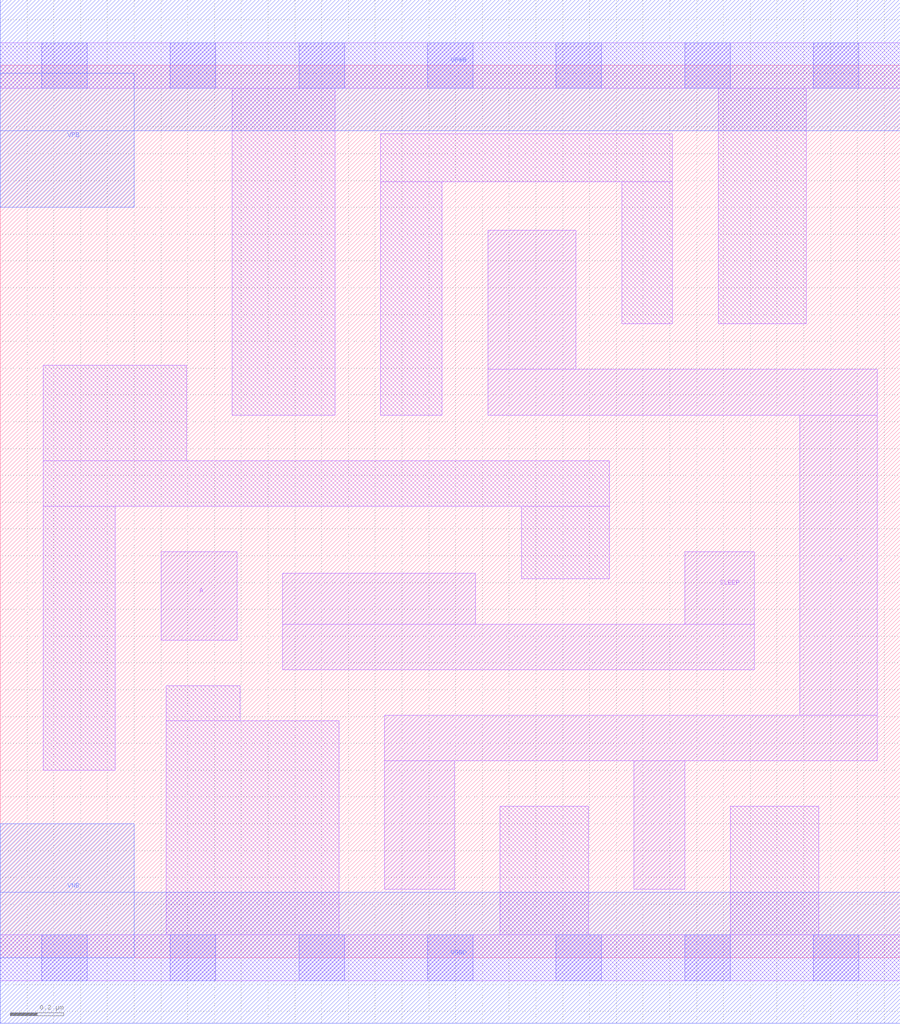
<source format=lef>
# Copyright 2020 The SkyWater PDK Authors
#
# Licensed under the Apache License, Version 2.0 (the "License");
# you may not use this file except in compliance with the License.
# You may obtain a copy of the License at
#
#     https://www.apache.org/licenses/LICENSE-2.0
#
# Unless required by applicable law or agreed to in writing, software
# distributed under the License is distributed on an "AS IS" BASIS,
# WITHOUT WARRANTIES OR CONDITIONS OF ANY KIND, either express or implied.
# See the License for the specific language governing permissions and
# limitations under the License.
#
# SPDX-License-Identifier: Apache-2.0

VERSION 5.5 ;
NAMESCASESENSITIVE ON ;
BUSBITCHARS "[]" ;
DIVIDERCHAR "/" ;
MACRO sky130_fd_sc_lp__isobufsrc_2
  CLASS CORE ;
  SOURCE USER ;
  ORIGIN  0.000000  0.000000 ;
  SIZE  3.360000 BY  3.330000 ;
  SYMMETRY X Y ;
  SITE unit ;
  PIN A
    ANTENNAGATEAREA  0.126000 ;
    DIRECTION INPUT ;
    USE SIGNAL ;
    PORT
      LAYER li1 ;
        RECT 0.600000 1.185000 0.885000 1.515000 ;
    END
  END A
  PIN SLEEP
    ANTENNAGATEAREA  0.630000 ;
    DIRECTION INPUT ;
    USE SIGNAL ;
    PORT
      LAYER li1 ;
        RECT 1.055000 1.075000 2.815000 1.245000 ;
        RECT 1.055000 1.245000 1.775000 1.435000 ;
        RECT 2.555000 1.245000 2.815000 1.515000 ;
    END
  END SLEEP
  PIN X
    ANTENNADIFFAREA  0.823200 ;
    DIRECTION OUTPUT ;
    USE SIGNAL ;
    PORT
      LAYER li1 ;
        RECT 1.435000 0.255000 1.695000 0.735000 ;
        RECT 1.435000 0.735000 3.275000 0.905000 ;
        RECT 1.820000 2.025000 3.275000 2.195000 ;
        RECT 1.820000 2.195000 2.150000 2.715000 ;
        RECT 2.365000 0.255000 2.555000 0.735000 ;
        RECT 2.985000 0.905000 3.275000 2.025000 ;
    END
  END X
  PIN VGND
    DIRECTION INOUT ;
    USE GROUND ;
    PORT
      LAYER met1 ;
        RECT 0.000000 -0.245000 3.360000 0.245000 ;
    END
  END VGND
  PIN VNB
    DIRECTION INOUT ;
    USE GROUND ;
    PORT
      LAYER met1 ;
        RECT 0.000000 0.000000 0.500000 0.500000 ;
    END
  END VNB
  PIN VPB
    DIRECTION INOUT ;
    USE POWER ;
    PORT
      LAYER met1 ;
        RECT 0.000000 2.800000 0.500000 3.300000 ;
    END
  END VPB
  PIN VPWR
    DIRECTION INOUT ;
    USE POWER ;
    PORT
      LAYER met1 ;
        RECT 0.000000 3.085000 3.360000 3.575000 ;
    END
  END VPWR
  OBS
    LAYER li1 ;
      RECT 0.000000 -0.085000 3.360000 0.085000 ;
      RECT 0.000000  3.245000 3.360000 3.415000 ;
      RECT 0.160000  0.700000 0.430000 1.685000 ;
      RECT 0.160000  1.685000 2.275000 1.855000 ;
      RECT 0.160000  1.855000 0.695000 2.210000 ;
      RECT 0.620000  0.085000 1.265000 0.885000 ;
      RECT 0.620000  0.885000 0.895000 1.015000 ;
      RECT 0.865000  2.025000 1.250000 3.245000 ;
      RECT 1.420000  2.025000 1.650000 2.895000 ;
      RECT 1.420000  2.895000 2.510000 3.075000 ;
      RECT 1.865000  0.085000 2.195000 0.565000 ;
      RECT 1.945000  1.415000 2.275000 1.685000 ;
      RECT 2.320000  2.365000 2.510000 2.895000 ;
      RECT 2.680000  2.365000 3.010000 3.245000 ;
      RECT 2.725000  0.085000 3.055000 0.565000 ;
    LAYER mcon ;
      RECT 0.155000 -0.085000 0.325000 0.085000 ;
      RECT 0.155000  3.245000 0.325000 3.415000 ;
      RECT 0.635000 -0.085000 0.805000 0.085000 ;
      RECT 0.635000  3.245000 0.805000 3.415000 ;
      RECT 1.115000 -0.085000 1.285000 0.085000 ;
      RECT 1.115000  3.245000 1.285000 3.415000 ;
      RECT 1.595000 -0.085000 1.765000 0.085000 ;
      RECT 1.595000  3.245000 1.765000 3.415000 ;
      RECT 2.075000 -0.085000 2.245000 0.085000 ;
      RECT 2.075000  3.245000 2.245000 3.415000 ;
      RECT 2.555000 -0.085000 2.725000 0.085000 ;
      RECT 2.555000  3.245000 2.725000 3.415000 ;
      RECT 3.035000 -0.085000 3.205000 0.085000 ;
      RECT 3.035000  3.245000 3.205000 3.415000 ;
  END
END sky130_fd_sc_lp__isobufsrc_2
END LIBRARY

</source>
